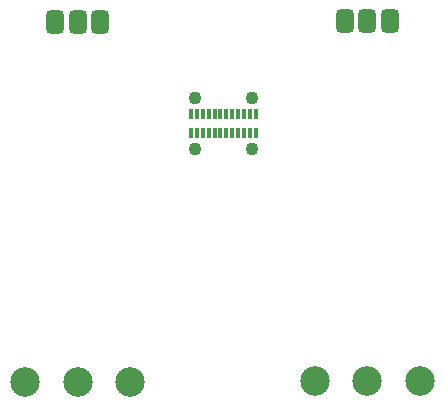
<source format=gbr>
%TF.GenerationSoftware,KiCad,Pcbnew,7.0.11*%
%TF.CreationDate,2025-01-20T01:43:57+09:00*%
%TF.ProjectId,Relay,52656c61-792e-46b6-9963-61645f706362,rev?*%
%TF.SameCoordinates,Original*%
%TF.FileFunction,Paste,Top*%
%TF.FilePolarity,Positive*%
%FSLAX46Y46*%
G04 Gerber Fmt 4.6, Leading zero omitted, Abs format (unit mm)*
G04 Created by KiCad (PCBNEW 7.0.11) date 2025-01-20 01:43:57*
%MOMM*%
%LPD*%
G01*
G04 APERTURE LIST*
G04 Aperture macros list*
%AMRoundRect*
0 Rectangle with rounded corners*
0 $1 Rounding radius*
0 $2 $3 $4 $5 $6 $7 $8 $9 X,Y pos of 4 corners*
0 Add a 4 corners polygon primitive as box body*
4,1,4,$2,$3,$4,$5,$6,$7,$8,$9,$2,$3,0*
0 Add four circle primitives for the rounded corners*
1,1,$1+$1,$2,$3*
1,1,$1+$1,$4,$5*
1,1,$1+$1,$6,$7*
1,1,$1+$1,$8,$9*
0 Add four rect primitives between the rounded corners*
20,1,$1+$1,$2,$3,$4,$5,0*
20,1,$1+$1,$4,$5,$6,$7,0*
20,1,$1+$1,$6,$7,$8,$9,0*
20,1,$1+$1,$8,$9,$2,$3,0*%
G04 Aperture macros list end*
%ADD10R,0.300000X0.850000*%
%ADD11C,1.100000*%
%ADD12RoundRect,0.375000X0.375000X0.625000X-0.375000X0.625000X-0.375000X-0.625000X0.375000X-0.625000X0*%
%ADD13C,2.500000*%
G04 APERTURE END LIST*
D10*
%TO.C,J1*%
X149650000Y-81715000D03*
X150150000Y-81715000D03*
X150650000Y-81715000D03*
X151150000Y-81715000D03*
X151650000Y-81715000D03*
X152150000Y-81715000D03*
X152650000Y-81715000D03*
X153150000Y-81715000D03*
X153650000Y-81715000D03*
X154150000Y-81715000D03*
X154650000Y-81715000D03*
X155150000Y-81715000D03*
X155150000Y-83385000D03*
X154650000Y-83385000D03*
X154150000Y-83385000D03*
X153650000Y-83385000D03*
X153150000Y-83385000D03*
X152650000Y-83385000D03*
X152150000Y-83385000D03*
X151650000Y-83385000D03*
X151150000Y-83385000D03*
X150650000Y-83385000D03*
X150150000Y-83385000D03*
X149650000Y-83385000D03*
D11*
X150000000Y-80400000D03*
X150000000Y-84700000D03*
X154800000Y-80400000D03*
X154800000Y-84700000D03*
%TD*%
D12*
%TO.C,U2*%
X166497000Y-73906000D03*
X164592000Y-73906000D03*
X162687000Y-73906000D03*
D13*
X169037000Y-104386000D03*
X164592000Y-104386000D03*
X160147000Y-104386000D03*
%TD*%
D12*
%TO.C,U1*%
X141986000Y-73914000D03*
X140081000Y-73914000D03*
X138176000Y-73914000D03*
D13*
X144526000Y-104394000D03*
X140081000Y-104394000D03*
X135636000Y-104394000D03*
%TD*%
M02*

</source>
